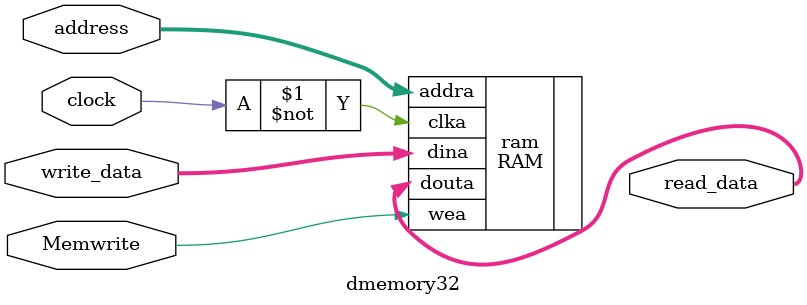
<source format=v>
`timescale 1ns / 1ps


module dmemory32(
input clock,
input Memwrite,
input[31:0] address,
input[31:0] write_data,
output [31:0] read_data
    );
    RAM ram (.clka(~clock), .wea(Memwrite), .addra(address), .dina(write_data), .douta(read_data));


endmodule

</source>
